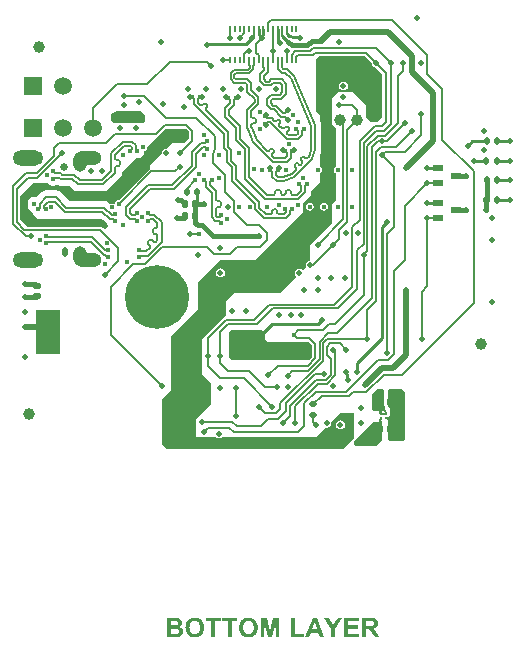
<source format=gbl>
G04*
G04 #@! TF.GenerationSoftware,Altium Limited,Altium Designer,22.5.1 (42)*
G04*
G04 Layer_Physical_Order=4*
G04 Layer_Color=16711680*
%FSLAX25Y25*%
%MOIN*%
G70*
G04*
G04 #@! TF.SameCoordinates,7D5A9487-70C0-458F-A832-C6248EDC6538*
G04*
G04*
G04 #@! TF.FilePolarity,Positive*
G04*
G01*
G75*
%ADD14C,0.01000*%
%ADD16C,0.00500*%
G04:AMPARAMS|DCode=18|XSize=19.68mil|YSize=23.62mil|CornerRadius=5.12mil|HoleSize=0mil|Usage=FLASHONLY|Rotation=90.000|XOffset=0mil|YOffset=0mil|HoleType=Round|Shape=RoundedRectangle|*
%AMROUNDEDRECTD18*
21,1,0.01968,0.01339,0,0,90.0*
21,1,0.00945,0.02362,0,0,90.0*
1,1,0.01024,0.00669,0.00472*
1,1,0.01024,0.00669,-0.00472*
1,1,0.01024,-0.00669,-0.00472*
1,1,0.01024,-0.00669,0.00472*
%
%ADD18ROUNDEDRECTD18*%
G04:AMPARAMS|DCode=26|XSize=21.26mil|YSize=23.62mil|CornerRadius=5.53mil|HoleSize=0mil|Usage=FLASHONLY|Rotation=270.000|XOffset=0mil|YOffset=0mil|HoleType=Round|Shape=RoundedRectangle|*
%AMROUNDEDRECTD26*
21,1,0.02126,0.01257,0,0,270.0*
21,1,0.01021,0.02362,0,0,270.0*
1,1,0.01106,-0.00628,-0.00510*
1,1,0.01106,-0.00628,0.00510*
1,1,0.01106,0.00628,0.00510*
1,1,0.01106,0.00628,-0.00510*
%
%ADD26ROUNDEDRECTD26*%
%ADD32C,0.00800*%
G04:AMPARAMS|DCode=35|XSize=21.26mil|YSize=23.62mil|CornerRadius=5.53mil|HoleSize=0mil|Usage=FLASHONLY|Rotation=0.000|XOffset=0mil|YOffset=0mil|HoleType=Round|Shape=RoundedRectangle|*
%AMROUNDEDRECTD35*
21,1,0.02126,0.01257,0,0,0.0*
21,1,0.01021,0.02362,0,0,0.0*
1,1,0.01106,0.00510,-0.00628*
1,1,0.01106,-0.00510,-0.00628*
1,1,0.01106,-0.00510,0.00628*
1,1,0.01106,0.00510,0.00628*
%
%ADD35ROUNDEDRECTD35*%
%ADD90C,0.03937*%
%ADD93C,0.00800*%
%ADD94C,0.00600*%
%ADD95C,0.00700*%
%ADD96C,0.01500*%
%ADD97C,0.02000*%
%ADD100R,0.05906X0.05906*%
%ADD101C,0.05906*%
%ADD103O,0.09055X0.04724*%
%ADD104O,0.04724X0.06496*%
%ADD105C,0.02480*%
%ADD106O,0.10236X0.05118*%
%ADD107O,0.01968X0.03347*%
%ADD108R,0.05937X0.05937*%
%ADD109C,0.05937*%
%ADD110C,0.21260*%
%ADD111C,0.01600*%
%ADD112C,0.02000*%
%ADD113C,0.03000*%
G04:AMPARAMS|DCode=114|XSize=19.68mil|YSize=23.62mil|CornerRadius=5.12mil|HoleSize=0mil|Usage=FLASHONLY|Rotation=180.000|XOffset=0mil|YOffset=0mil|HoleType=Round|Shape=RoundedRectangle|*
%AMROUNDEDRECTD114*
21,1,0.01968,0.01339,0,0,180.0*
21,1,0.00945,0.02362,0,0,180.0*
1,1,0.01024,-0.00472,0.00669*
1,1,0.01024,0.00472,0.00669*
1,1,0.01024,0.00472,-0.00669*
1,1,0.01024,-0.00472,-0.00669*
%
%ADD114ROUNDEDRECTD114*%
%ADD115R,0.08000X0.15000*%
%ADD116R,0.00906X0.02480*%
%ADD117R,0.03268X0.02047*%
%ADD118C,0.01968*%
G36*
X71475Y78025D02*
X71471Y78000D01*
X71587Y77415D01*
X71919Y76919D01*
X72415Y76587D01*
X73000Y76471D01*
X73024Y76476D01*
X75000Y74500D01*
Y60000D01*
X73500Y58500D01*
X71000D01*
X69500Y60000D01*
Y64000D01*
X65000Y68500D01*
X62197D01*
X62148Y69000D01*
X62324Y69035D01*
X62585Y69087D01*
X63081Y69419D01*
X63413Y69915D01*
X63529Y70500D01*
X63413Y71085D01*
X63081Y71581D01*
X62585Y71913D01*
X62000Y72029D01*
X61415Y71913D01*
X60919Y71581D01*
X60587Y71085D01*
X60471Y70500D01*
X60587Y69915D01*
X60919Y69419D01*
X61415Y69087D01*
X61676Y69035D01*
X61852Y69000D01*
X61803Y68500D01*
X60500D01*
X58272Y66272D01*
Y57728D01*
X59500Y56500D01*
Y43438D01*
X59299Y43303D01*
X59011Y42873D01*
X58911Y42366D01*
X59011Y41859D01*
X59299Y41429D01*
X59500Y41294D01*
Y32228D01*
X58272Y31000D01*
Y24772D01*
X51000Y17500D01*
Y12249D01*
X50415Y12133D01*
X49919Y11801D01*
X49587Y11305D01*
X49471Y10720D01*
X49587Y10135D01*
X49606Y10106D01*
X48714Y9214D01*
X48420Y9242D01*
X47924Y9574D01*
X47339Y9690D01*
X46754Y9574D01*
X46258Y9242D01*
X45926Y8746D01*
X45810Y8161D01*
X45926Y7576D01*
X46257Y7080D01*
X46286Y6786D01*
X41000Y1500D01*
X25500D01*
X22750Y-1250D01*
Y-6250D01*
X15000Y-14000D01*
Y-25500D01*
X18000Y-28500D01*
Y-35500D01*
X13000Y-40500D01*
Y-46500D01*
X15352D01*
X15500Y-46529D01*
X15648Y-46500D01*
X19409D01*
X19419Y-46514D01*
X19915Y-46846D01*
X20500Y-46962D01*
X21085Y-46846D01*
X21581Y-46514D01*
X21591Y-46500D01*
X53000D01*
X56058Y-43442D01*
X56500Y-43529D01*
X57085Y-43413D01*
X57581Y-43081D01*
X57913Y-42585D01*
X58029Y-42000D01*
X57942Y-41558D01*
X61000Y-38500D01*
X65500D01*
Y-47000D01*
X62000Y-50500D01*
X3000D01*
X1500Y-49000D01*
Y-34000D01*
X4500Y-31000D01*
Y-13000D01*
X13500Y-4000D01*
Y5000D01*
X21000Y12500D01*
X32500D01*
X48500Y28500D01*
Y31196D01*
X48623Y31278D01*
X50699Y33353D01*
X51196Y34098D01*
X51371Y34976D01*
Y35370D01*
X54124Y38124D01*
Y41354D01*
X54437Y41563D01*
X54724Y41993D01*
X54825Y42500D01*
X54724Y43007D01*
X54437Y43437D01*
X54124Y43646D01*
Y46308D01*
X54156Y46385D01*
X54200Y46607D01*
X54287Y46816D01*
X54650Y48644D01*
Y48870D01*
X54694Y49092D01*
Y57327D01*
X54520Y58205D01*
X54124Y59161D01*
Y60721D01*
X53021Y61824D01*
X52880Y62164D01*
Y79380D01*
X54000Y80500D01*
X69000D01*
X71475Y78025D01*
D02*
G37*
G36*
X-4200Y60800D02*
Y58800D01*
X-4900Y58100D01*
X-14500D01*
X-15300Y58900D01*
Y61200D01*
X-13500Y62000D01*
X-5400D01*
X-4200Y60800D01*
D02*
G37*
G36*
X10500Y55419D02*
Y53000D01*
X9000Y51500D01*
X5000D01*
X3025Y49525D01*
X3001Y49529D01*
X2416Y49413D01*
X1920Y49081D01*
X1588Y48585D01*
X1472Y48000D01*
X1476Y47976D01*
X-2500Y44000D01*
Y42635D01*
X-2641Y42541D01*
X-2641Y42541D01*
X-12646Y32535D01*
X-12850Y32576D01*
X-13357Y32475D01*
X-13787Y32187D01*
X-14075Y31757D01*
X-14117Y31544D01*
X-14466Y31239D01*
X-14650Y31231D01*
X-15014Y31304D01*
X-15522Y31203D01*
X-15680Y31097D01*
X-16142Y31558D01*
X-16903Y32067D01*
X-17800Y32245D01*
X-29329D01*
X-32042Y34958D01*
X-32803Y35467D01*
X-33700Y35645D01*
X-36980D01*
X-37877Y35467D01*
X-38638Y34958D01*
X-40096Y33500D01*
X-42000D01*
X-43000Y32500D01*
Y29500D01*
X-41934Y28435D01*
X-41928Y28400D01*
X-41419Y27639D01*
X-40658Y27130D01*
X-40624Y27123D01*
X-39700Y26200D01*
X-31106Y26200D01*
X-30880Y26155D01*
X-30880Y26155D01*
X-19351D01*
X-17517Y24320D01*
X-16925Y23925D01*
X-16866Y23866D01*
X-16866Y23310D01*
X-17176Y23000D01*
X-18000D01*
X-18500Y23500D01*
X-43000D01*
X-45700Y26200D01*
Y33800D01*
X-41500Y38000D01*
X-36553D01*
X-36451Y37847D01*
X-35690Y37339D01*
X-34793Y37160D01*
X-33895Y37339D01*
X-33837Y37377D01*
X-33811Y37383D01*
X-33553Y37555D01*
X-33509D01*
X-33177Y37333D01*
X-32280Y37155D01*
X-32280Y37155D01*
X-29351D01*
X-28138Y35942D01*
X-28138Y35942D01*
X-27547Y35546D01*
X-27500Y35500D01*
X-27477D01*
X-27377Y35433D01*
X-26480Y35255D01*
X-26480Y35255D01*
X-18000D01*
X-17103Y35433D01*
X-16342Y35942D01*
X-12442Y39842D01*
X-11934Y40603D01*
X-11755Y41500D01*
Y41745D01*
X-7106Y46394D01*
X-6652Y46303D01*
X-5755Y46482D01*
X-4994Y46990D01*
X-4485Y47751D01*
X-4307Y48649D01*
X-4327Y48749D01*
X-4193Y48775D01*
X-3763Y49063D01*
X-3475Y49493D01*
X-3374Y50000D01*
X-3395Y50105D01*
X2500Y56000D01*
X9919D01*
X10500Y55419D01*
D02*
G37*
G36*
X36000Y-12000D02*
Y-14000D01*
X37000Y-15000D01*
X50500D01*
X51500Y-16000D01*
Y-20000D01*
X50500Y-21000D01*
X25000D01*
X24000Y-20000D01*
Y-11500D01*
X24500Y-11000D01*
X35000D01*
X36000Y-12000D01*
D02*
G37*
G36*
X75500Y-31000D02*
Y-35900D01*
X75800Y-36200D01*
Y-37400D01*
X75400Y-37800D01*
X72300D01*
X71700Y-37200D01*
Y-32300D01*
X73500Y-30500D01*
X75000D01*
X75500Y-31000D01*
D02*
G37*
G36*
X82700Y-31500D02*
Y-47300D01*
X82000Y-48000D01*
X77500D01*
X77000Y-47500D01*
Y-44500D01*
Y-40000D01*
X77500Y-39500D01*
Y-37000D01*
X77000Y-36500D01*
Y-31000D01*
X77500Y-30500D01*
X81700D01*
X82700Y-31500D01*
D02*
G37*
G36*
X75000Y-42000D02*
Y-47500D01*
X73000Y-49500D01*
X66000D01*
X65500Y-49000D01*
Y-48000D01*
X72000Y-41500D01*
X74500D01*
X75000Y-42000D01*
D02*
G37*
G36*
X59328Y-110588D02*
Y-113270D01*
X58033D01*
Y-110578D01*
X55693Y-106869D01*
X57201D01*
X58709Y-109404D01*
X60179Y-106869D01*
X61669D01*
X59328Y-110588D01*
D02*
G37*
G36*
X40634Y-113270D02*
X39441D01*
X39432Y-108238D01*
X38174Y-113270D01*
X36925D01*
X35667Y-108238D01*
Y-113270D01*
X34474D01*
Y-106869D01*
X36407D01*
X37554Y-111244D01*
X38692Y-106869D01*
X40634D01*
Y-113270D01*
D02*
G37*
G36*
X71261Y-106878D02*
X71363D01*
X71464Y-106888D01*
X71585D01*
X71825Y-106915D01*
X72075Y-106943D01*
X72306Y-106989D01*
X72408Y-107017D01*
X72500Y-107045D01*
X72510D01*
X72519Y-107054D01*
X72574Y-107082D01*
X72658Y-107128D01*
X72769Y-107184D01*
X72889Y-107276D01*
X73009Y-107378D01*
X73129Y-107507D01*
X73240Y-107665D01*
Y-107674D01*
X73250Y-107683D01*
X73268Y-107711D01*
X73287Y-107739D01*
X73333Y-107831D01*
X73388Y-107951D01*
X73435Y-108099D01*
X73481Y-108266D01*
X73518Y-108460D01*
X73527Y-108664D01*
Y-108673D01*
Y-108691D01*
Y-108738D01*
X73518Y-108784D01*
Y-108849D01*
X73509Y-108913D01*
X73472Y-109080D01*
X73425Y-109274D01*
X73351Y-109468D01*
X73240Y-109672D01*
X73176Y-109764D01*
X73102Y-109857D01*
X73092Y-109866D01*
X73083Y-109875D01*
X73055Y-109903D01*
X73018Y-109931D01*
X72981Y-109968D01*
X72926Y-110014D01*
X72861Y-110060D01*
X72787Y-110107D01*
X72704Y-110162D01*
X72602Y-110208D01*
X72500Y-110255D01*
X72389Y-110301D01*
X72260Y-110347D01*
X72130Y-110384D01*
X71992Y-110421D01*
X71834Y-110449D01*
X71844D01*
X71853Y-110458D01*
X71908Y-110495D01*
X71982Y-110541D01*
X72075Y-110606D01*
X72186Y-110689D01*
X72297Y-110773D01*
X72417Y-110874D01*
X72519Y-110985D01*
X72528Y-110995D01*
X72574Y-111041D01*
X72630Y-111115D01*
X72713Y-111226D01*
X72824Y-111365D01*
X72880Y-111457D01*
X72944Y-111550D01*
X73018Y-111651D01*
X73092Y-111762D01*
X73176Y-111892D01*
X73259Y-112021D01*
X74045Y-113270D01*
X72491D01*
X71566Y-111883D01*
X71557Y-111873D01*
X71548Y-111846D01*
X71520Y-111809D01*
X71483Y-111762D01*
X71446Y-111707D01*
X71400Y-111633D01*
X71298Y-111485D01*
X71178Y-111318D01*
X71067Y-111170D01*
X70965Y-111032D01*
X70919Y-110985D01*
X70882Y-110939D01*
X70872Y-110930D01*
X70854Y-110911D01*
X70817Y-110874D01*
X70771Y-110828D01*
X70706Y-110791D01*
X70641Y-110745D01*
X70567Y-110708D01*
X70493Y-110671D01*
X70484D01*
X70456Y-110662D01*
X70410Y-110643D01*
X70336Y-110634D01*
X70243Y-110615D01*
X70132Y-110606D01*
X70003Y-110597D01*
X69587D01*
Y-113270D01*
X68292D01*
Y-106869D01*
X71178D01*
X71261Y-106878D01*
D02*
G37*
G36*
X67071Y-107951D02*
X63620D01*
Y-109367D01*
X66830D01*
Y-110449D01*
X63620D01*
Y-112188D01*
X67191D01*
Y-113270D01*
X62325D01*
Y-106869D01*
X67071D01*
Y-107951D01*
D02*
G37*
G36*
X55665Y-113270D02*
X54269D01*
X53714Y-111818D01*
X51142D01*
X50615Y-113270D01*
X49246D01*
X51725Y-106869D01*
X53094D01*
X55665Y-113270D01*
D02*
G37*
G36*
X45759Y-112188D02*
X48978D01*
Y-113270D01*
X44464D01*
Y-106915D01*
X45759D01*
Y-112188D01*
D02*
G37*
G36*
X26694Y-107951D02*
X24807D01*
Y-113270D01*
X23512D01*
Y-107951D01*
X21616D01*
Y-106869D01*
X26694D01*
Y-107951D01*
D02*
G37*
G36*
X21228D02*
X19341D01*
Y-113270D01*
X18046D01*
Y-107951D01*
X16149D01*
Y-106869D01*
X21228D01*
Y-107951D01*
D02*
G37*
G36*
X6169Y-106878D02*
X6354Y-106888D01*
X6539Y-106897D01*
X6714Y-106915D01*
X6872Y-106934D01*
X6890D01*
X6936Y-106943D01*
X7001Y-106962D01*
X7094Y-106989D01*
X7195Y-107026D01*
X7306Y-107073D01*
X7427Y-107128D01*
X7538Y-107202D01*
X7547Y-107211D01*
X7584Y-107239D01*
X7639Y-107285D01*
X7713Y-107341D01*
X7787Y-107424D01*
X7871Y-107517D01*
X7954Y-107618D01*
X8028Y-107739D01*
X8037Y-107757D01*
X8056Y-107794D01*
X8093Y-107868D01*
X8130Y-107961D01*
X8167Y-108072D01*
X8204Y-108192D01*
X8222Y-108340D01*
X8231Y-108488D01*
Y-108497D01*
Y-108506D01*
Y-108562D01*
X8222Y-108645D01*
X8204Y-108756D01*
X8167Y-108886D01*
X8130Y-109024D01*
X8065Y-109163D01*
X7982Y-109311D01*
X7972Y-109330D01*
X7935Y-109376D01*
X7880Y-109441D01*
X7815Y-109524D01*
X7723Y-109607D01*
X7612Y-109709D01*
X7482Y-109792D01*
X7334Y-109875D01*
X7343D01*
X7362Y-109885D01*
X7390Y-109894D01*
X7427Y-109903D01*
X7538Y-109949D01*
X7667Y-110014D01*
X7806Y-110088D01*
X7963Y-110190D01*
X8102Y-110310D01*
X8231Y-110458D01*
X8241Y-110477D01*
X8278Y-110532D01*
X8333Y-110615D01*
X8389Y-110726D01*
X8444Y-110874D01*
X8500Y-111032D01*
X8537Y-111217D01*
X8546Y-111420D01*
Y-111429D01*
Y-111439D01*
Y-111494D01*
X8537Y-111577D01*
X8518Y-111688D01*
X8500Y-111818D01*
X8463Y-111966D01*
X8407Y-112114D01*
X8342Y-112271D01*
X8333Y-112290D01*
X8305Y-112336D01*
X8259Y-112410D01*
X8194Y-112502D01*
X8120Y-112613D01*
X8019Y-112715D01*
X7917Y-112826D01*
X7787Y-112928D01*
X7769Y-112937D01*
X7723Y-112965D01*
X7649Y-113011D01*
X7547Y-113057D01*
X7417Y-113113D01*
X7269Y-113159D01*
X7103Y-113205D01*
X6918Y-113233D01*
X6881D01*
X6844Y-113242D01*
X6751D01*
X6687Y-113252D01*
X6511D01*
X6400Y-113261D01*
X6122D01*
X5965Y-113270D01*
X3190D01*
Y-106869D01*
X6002D01*
X6169Y-106878D01*
D02*
G37*
G36*
X30496Y-106758D02*
X30589D01*
X30709Y-106777D01*
X30848Y-106795D01*
X31005Y-106823D01*
X31171Y-106860D01*
X31347Y-106906D01*
X31532Y-106962D01*
X31717Y-107036D01*
X31911Y-107119D01*
X32096Y-107221D01*
X32281Y-107341D01*
X32457Y-107480D01*
X32624Y-107637D01*
X32633Y-107646D01*
X32661Y-107674D01*
X32707Y-107729D01*
X32753Y-107794D01*
X32818Y-107887D01*
X32892Y-107998D01*
X32966Y-108127D01*
X33049Y-108275D01*
X33132Y-108432D01*
X33206Y-108617D01*
X33280Y-108821D01*
X33345Y-109034D01*
X33401Y-109274D01*
X33438Y-109524D01*
X33465Y-109792D01*
X33475Y-110079D01*
Y-110097D01*
Y-110144D01*
X33465Y-110227D01*
Y-110338D01*
X33447Y-110467D01*
X33428Y-110615D01*
X33401Y-110791D01*
X33373Y-110967D01*
X33327Y-111161D01*
X33271Y-111365D01*
X33197Y-111568D01*
X33114Y-111772D01*
X33021Y-111966D01*
X32901Y-112160D01*
X32772Y-112345D01*
X32624Y-112521D01*
X32614Y-112530D01*
X32587Y-112558D01*
X32540Y-112604D01*
X32466Y-112660D01*
X32383Y-112724D01*
X32281Y-112798D01*
X32161Y-112872D01*
X32032Y-112956D01*
X31874Y-113039D01*
X31708Y-113113D01*
X31523Y-113187D01*
X31319Y-113252D01*
X31107Y-113307D01*
X30875Y-113353D01*
X30635Y-113381D01*
X30376Y-113390D01*
X30311D01*
X30237Y-113381D01*
X30145Y-113372D01*
X30024Y-113363D01*
X29886Y-113344D01*
X29728Y-113316D01*
X29562Y-113279D01*
X29377Y-113233D01*
X29201Y-113178D01*
X29007Y-113104D01*
X28822Y-113020D01*
X28628Y-112928D01*
X28452Y-112808D01*
X28276Y-112678D01*
X28110Y-112521D01*
X28100Y-112512D01*
X28073Y-112484D01*
X28036Y-112428D01*
X27980Y-112364D01*
X27915Y-112271D01*
X27841Y-112160D01*
X27767Y-112040D01*
X27693Y-111892D01*
X27610Y-111735D01*
X27536Y-111550D01*
X27462Y-111355D01*
X27397Y-111143D01*
X27342Y-110911D01*
X27305Y-110662D01*
X27277Y-110393D01*
X27268Y-110116D01*
Y-110107D01*
Y-110070D01*
Y-110023D01*
X27277Y-109949D01*
Y-109866D01*
X27286Y-109774D01*
X27296Y-109663D01*
X27305Y-109542D01*
X27342Y-109283D01*
X27388Y-109006D01*
X27462Y-108728D01*
X27555Y-108469D01*
Y-108460D01*
X27564Y-108451D01*
X27582Y-108423D01*
X27592Y-108386D01*
X27647Y-108294D01*
X27712Y-108173D01*
X27795Y-108035D01*
X27897Y-107896D01*
X28017Y-107739D01*
X28147Y-107591D01*
X28156Y-107581D01*
X28165Y-107572D01*
X28211Y-107526D01*
X28295Y-107452D01*
X28396Y-107369D01*
X28517Y-107276D01*
X28655Y-107174D01*
X28813Y-107082D01*
X28979Y-107008D01*
X28988D01*
X29007Y-106999D01*
X29044Y-106980D01*
X29090Y-106971D01*
X29146Y-106943D01*
X29210Y-106925D01*
X29294Y-106906D01*
X29377Y-106878D01*
X29580Y-106832D01*
X29812Y-106786D01*
X30080Y-106758D01*
X30357Y-106749D01*
X30422D01*
X30496Y-106758D01*
D02*
G37*
G36*
X12607D02*
X12699D01*
X12819Y-106777D01*
X12958Y-106795D01*
X13115Y-106823D01*
X13282Y-106860D01*
X13458Y-106906D01*
X13643Y-106962D01*
X13828Y-107036D01*
X14022Y-107119D01*
X14207Y-107221D01*
X14392Y-107341D01*
X14568Y-107480D01*
X14734Y-107637D01*
X14743Y-107646D01*
X14771Y-107674D01*
X14817Y-107729D01*
X14864Y-107794D01*
X14928Y-107887D01*
X15002Y-107998D01*
X15076Y-108127D01*
X15160Y-108275D01*
X15243Y-108432D01*
X15317Y-108617D01*
X15391Y-108821D01*
X15456Y-109034D01*
X15511Y-109274D01*
X15548Y-109524D01*
X15576Y-109792D01*
X15585Y-110079D01*
Y-110097D01*
Y-110144D01*
X15576Y-110227D01*
Y-110338D01*
X15557Y-110467D01*
X15539Y-110615D01*
X15511Y-110791D01*
X15483Y-110967D01*
X15437Y-111161D01*
X15382Y-111365D01*
X15308Y-111568D01*
X15224Y-111772D01*
X15132Y-111966D01*
X15012Y-112160D01*
X14882Y-112345D01*
X14734Y-112521D01*
X14725Y-112530D01*
X14697Y-112558D01*
X14651Y-112604D01*
X14577Y-112660D01*
X14494Y-112724D01*
X14392Y-112798D01*
X14272Y-112872D01*
X14142Y-112956D01*
X13985Y-113039D01*
X13818Y-113113D01*
X13633Y-113187D01*
X13430Y-113252D01*
X13217Y-113307D01*
X12986Y-113353D01*
X12745Y-113381D01*
X12486Y-113390D01*
X12422D01*
X12348Y-113381D01*
X12255Y-113372D01*
X12135Y-113363D01*
X11996Y-113344D01*
X11839Y-113316D01*
X11672Y-113279D01*
X11487Y-113233D01*
X11312Y-113178D01*
X11117Y-113104D01*
X10932Y-113020D01*
X10738Y-112928D01*
X10562Y-112808D01*
X10387Y-112678D01*
X10220Y-112521D01*
X10211Y-112512D01*
X10183Y-112484D01*
X10146Y-112428D01*
X10091Y-112364D01*
X10026Y-112271D01*
X9952Y-112160D01*
X9878Y-112040D01*
X9804Y-111892D01*
X9721Y-111735D01*
X9647Y-111550D01*
X9573Y-111355D01*
X9508Y-111143D01*
X9452Y-110911D01*
X9415Y-110662D01*
X9388Y-110393D01*
X9378Y-110116D01*
Y-110107D01*
Y-110070D01*
Y-110023D01*
X9388Y-109949D01*
Y-109866D01*
X9397Y-109774D01*
X9406Y-109663D01*
X9415Y-109542D01*
X9452Y-109283D01*
X9499Y-109006D01*
X9573Y-108728D01*
X9665Y-108469D01*
Y-108460D01*
X9674Y-108451D01*
X9693Y-108423D01*
X9702Y-108386D01*
X9758Y-108294D01*
X9822Y-108173D01*
X9906Y-108035D01*
X10007Y-107896D01*
X10128Y-107739D01*
X10257Y-107591D01*
X10266Y-107581D01*
X10276Y-107572D01*
X10322Y-107526D01*
X10405Y-107452D01*
X10507Y-107369D01*
X10627Y-107276D01*
X10766Y-107174D01*
X10923Y-107082D01*
X11090Y-107008D01*
X11099D01*
X11117Y-106999D01*
X11154Y-106980D01*
X11201Y-106971D01*
X11256Y-106943D01*
X11321Y-106925D01*
X11404Y-106906D01*
X11487Y-106878D01*
X11691Y-106832D01*
X11922Y-106786D01*
X12190Y-106758D01*
X12468Y-106749D01*
X12533D01*
X12607Y-106758D01*
D02*
G37*
%LPC*%
G36*
X55512Y31565D02*
X55005Y31465D01*
X54575Y31177D01*
X54287Y30747D01*
X54186Y30240D01*
X54287Y29733D01*
X54575Y29303D01*
X55005Y29015D01*
X55512Y28914D01*
X56019Y29015D01*
X56449Y29303D01*
X56737Y29733D01*
X56837Y30240D01*
X56737Y30747D01*
X56449Y31177D01*
X56019Y31465D01*
X55512Y31565D01*
D02*
G37*
G36*
X50787D02*
X50280Y31465D01*
X49850Y31177D01*
X49562Y30747D01*
X49461Y30240D01*
X49562Y29733D01*
X49850Y29303D01*
X50280Y29015D01*
X50787Y28914D01*
X51294Y29015D01*
X51724Y29303D01*
X52012Y29733D01*
X52113Y30240D01*
X52012Y30747D01*
X51724Y31177D01*
X51294Y31465D01*
X50787Y31565D01*
D02*
G37*
G36*
X21000Y9690D02*
X20415Y9574D01*
X19919Y9242D01*
X19587Y8746D01*
X19471Y8161D01*
X19587Y7576D01*
X19919Y7080D01*
X20415Y6748D01*
X21000Y6632D01*
X21585Y6748D01*
X22081Y7080D01*
X22413Y7576D01*
X22529Y8161D01*
X22413Y8746D01*
X22081Y9242D01*
X21585Y9574D01*
X21000Y9690D01*
D02*
G37*
G36*
X61000Y-40971D02*
X60415Y-41087D01*
X59919Y-41419D01*
X59587Y-41915D01*
X59471Y-42500D01*
X59587Y-43085D01*
X59919Y-43581D01*
X60415Y-43913D01*
X61000Y-44029D01*
X61585Y-43913D01*
X62081Y-43581D01*
X62413Y-43085D01*
X62529Y-42500D01*
X62413Y-41915D01*
X62081Y-41419D01*
X61585Y-41087D01*
X61000Y-40971D01*
D02*
G37*
G36*
X71067Y-107951D02*
X69587D01*
Y-109579D01*
X70845D01*
X71030Y-109570D01*
X71224Y-109561D01*
X71418Y-109552D01*
X71501Y-109542D01*
X71575Y-109533D01*
X71649Y-109515D01*
X71696Y-109505D01*
X71705D01*
X71733Y-109487D01*
X71779Y-109468D01*
X71825Y-109441D01*
X71945Y-109357D01*
X72001Y-109302D01*
X72056Y-109237D01*
X72066Y-109228D01*
X72075Y-109200D01*
X72103Y-109163D01*
X72130Y-109108D01*
X72149Y-109034D01*
X72177Y-108950D01*
X72186Y-108858D01*
X72195Y-108756D01*
Y-108738D01*
Y-108701D01*
X72186Y-108645D01*
X72177Y-108571D01*
X72149Y-108488D01*
X72121Y-108405D01*
X72075Y-108312D01*
X72019Y-108238D01*
X72010Y-108229D01*
X71992Y-108201D01*
X71945Y-108173D01*
X71890Y-108127D01*
X71825Y-108081D01*
X71742Y-108044D01*
X71640Y-108007D01*
X71529Y-107979D01*
X71520D01*
X71492Y-107970D01*
X71437D01*
X71353Y-107961D01*
X71150D01*
X71067Y-107951D01*
D02*
G37*
G36*
X52400Y-108358D02*
X51531Y-110736D01*
X53297D01*
X52400Y-108358D01*
D02*
G37*
G36*
X5771Y-107933D02*
X4485D01*
Y-109413D01*
X5725D01*
X5882Y-109404D01*
X6169D01*
X6224Y-109394D01*
X6280D01*
X6317Y-109385D01*
X6372Y-109376D01*
X6455Y-109348D01*
X6539Y-109320D01*
X6622Y-109283D01*
X6705Y-109237D01*
X6779Y-109172D01*
X6788Y-109163D01*
X6807Y-109135D01*
X6844Y-109098D01*
X6881Y-109034D01*
X6909Y-108960D01*
X6946Y-108876D01*
X6964Y-108775D01*
X6973Y-108664D01*
Y-108654D01*
Y-108617D01*
X6964Y-108562D01*
X6955Y-108488D01*
X6936Y-108414D01*
X6899Y-108340D01*
X6862Y-108257D01*
X6807Y-108183D01*
X6798Y-108173D01*
X6779Y-108155D01*
X6733Y-108118D01*
X6687Y-108081D01*
X6613Y-108044D01*
X6529Y-108007D01*
X6428Y-107979D01*
X6317Y-107961D01*
X6307D01*
X6270Y-107951D01*
X6169D01*
X6113Y-107942D01*
X5873D01*
X5771Y-107933D01*
D02*
G37*
G36*
X5826Y-110477D02*
X4485D01*
Y-112188D01*
X5910D01*
X6048Y-112179D01*
X6196D01*
X6344Y-112169D01*
X6465Y-112160D01*
X6520D01*
X6557Y-112151D01*
X6566D01*
X6603Y-112142D01*
X6659Y-112123D01*
X6724Y-112105D01*
X6798Y-112068D01*
X6881Y-112021D01*
X6955Y-111966D01*
X7029Y-111901D01*
X7038Y-111892D01*
X7057Y-111864D01*
X7084Y-111818D01*
X7121Y-111753D01*
X7158Y-111679D01*
X7186Y-111587D01*
X7205Y-111476D01*
X7214Y-111355D01*
Y-111346D01*
Y-111309D01*
X7205Y-111254D01*
X7195Y-111189D01*
X7177Y-111106D01*
X7149Y-111032D01*
X7112Y-110948D01*
X7066Y-110865D01*
X7057Y-110856D01*
X7038Y-110828D01*
X7010Y-110791D01*
X6964Y-110754D01*
X6909Y-110699D01*
X6835Y-110652D01*
X6751Y-110606D01*
X6659Y-110569D01*
X6650D01*
X6603Y-110551D01*
X6529Y-110541D01*
X6483Y-110532D01*
X6418Y-110523D01*
X6354Y-110514D01*
X6270Y-110504D01*
X6178Y-110495D01*
X6067D01*
X5956Y-110486D01*
X5826Y-110477D01*
D02*
G37*
G36*
X30376Y-107850D02*
X30302D01*
X30246Y-107859D01*
X30172Y-107868D01*
X30098Y-107877D01*
X29913Y-107914D01*
X29710Y-107988D01*
X29599Y-108025D01*
X29488Y-108081D01*
X29386Y-108146D01*
X29275Y-108220D01*
X29173Y-108303D01*
X29081Y-108405D01*
X29072Y-108414D01*
X29062Y-108432D01*
X29035Y-108460D01*
X29007Y-108506D01*
X28970Y-108571D01*
X28933Y-108636D01*
X28887Y-108719D01*
X28840Y-108821D01*
X28794Y-108932D01*
X28748Y-109052D01*
X28711Y-109191D01*
X28674Y-109339D01*
X28646Y-109505D01*
X28618Y-109681D01*
X28609Y-109866D01*
X28600Y-110070D01*
Y-110079D01*
Y-110116D01*
Y-110171D01*
X28609Y-110245D01*
X28618Y-110338D01*
X28628Y-110449D01*
X28646Y-110560D01*
X28665Y-110689D01*
X28720Y-110958D01*
X28813Y-111226D01*
X28868Y-111365D01*
X28933Y-111494D01*
X29016Y-111614D01*
X29099Y-111725D01*
X29109Y-111735D01*
X29127Y-111753D01*
X29155Y-111781D01*
X29192Y-111809D01*
X29238Y-111855D01*
X29303Y-111901D01*
X29368Y-111957D01*
X29451Y-112003D01*
X29627Y-112114D01*
X29849Y-112197D01*
X29969Y-112234D01*
X30098Y-112262D01*
X30237Y-112280D01*
X30376Y-112290D01*
X30450D01*
X30505Y-112280D01*
X30570Y-112271D01*
X30644Y-112262D01*
X30820Y-112216D01*
X31023Y-112151D01*
X31125Y-112105D01*
X31236Y-112058D01*
X31338Y-111994D01*
X31449Y-111920D01*
X31551Y-111836D01*
X31643Y-111735D01*
X31652Y-111725D01*
X31662Y-111707D01*
X31689Y-111679D01*
X31717Y-111633D01*
X31763Y-111568D01*
X31800Y-111494D01*
X31847Y-111411D01*
X31893Y-111309D01*
X31939Y-111198D01*
X31985Y-111078D01*
X32032Y-110939D01*
X32069Y-110782D01*
X32096Y-110625D01*
X32124Y-110449D01*
X32133Y-110255D01*
X32143Y-110051D01*
Y-110042D01*
Y-110005D01*
Y-109949D01*
X32133Y-109866D01*
X32124Y-109774D01*
X32115Y-109672D01*
X32106Y-109552D01*
X32078Y-109431D01*
X32022Y-109163D01*
X31939Y-108886D01*
X31884Y-108747D01*
X31819Y-108627D01*
X31736Y-108506D01*
X31652Y-108395D01*
X31643Y-108386D01*
X31634Y-108368D01*
X31606Y-108349D01*
X31569Y-108312D01*
X31514Y-108266D01*
X31458Y-108220D01*
X31393Y-108173D01*
X31310Y-108118D01*
X31227Y-108072D01*
X31125Y-108025D01*
X30912Y-107933D01*
X30792Y-107896D01*
X30663Y-107877D01*
X30524Y-107859D01*
X30376Y-107850D01*
D02*
G37*
G36*
X12486D02*
X12412D01*
X12357Y-107859D01*
X12283Y-107868D01*
X12209Y-107877D01*
X12024Y-107914D01*
X11820Y-107988D01*
X11709Y-108025D01*
X11598Y-108081D01*
X11497Y-108146D01*
X11386Y-108220D01*
X11284Y-108303D01*
X11191Y-108405D01*
X11182Y-108414D01*
X11173Y-108432D01*
X11145Y-108460D01*
X11117Y-108506D01*
X11080Y-108571D01*
X11043Y-108636D01*
X10997Y-108719D01*
X10951Y-108821D01*
X10905Y-108932D01*
X10858Y-109052D01*
X10821Y-109191D01*
X10784Y-109339D01*
X10757Y-109505D01*
X10729Y-109681D01*
X10720Y-109866D01*
X10710Y-110070D01*
Y-110079D01*
Y-110116D01*
Y-110171D01*
X10720Y-110245D01*
X10729Y-110338D01*
X10738Y-110449D01*
X10757Y-110560D01*
X10775Y-110689D01*
X10831Y-110958D01*
X10923Y-111226D01*
X10979Y-111365D01*
X11043Y-111494D01*
X11127Y-111614D01*
X11210Y-111725D01*
X11219Y-111735D01*
X11238Y-111753D01*
X11265Y-111781D01*
X11302Y-111809D01*
X11349Y-111855D01*
X11413Y-111901D01*
X11478Y-111957D01*
X11561Y-112003D01*
X11737Y-112114D01*
X11959Y-112197D01*
X12079Y-112234D01*
X12209Y-112262D01*
X12348Y-112280D01*
X12486Y-112290D01*
X12560D01*
X12616Y-112280D01*
X12681Y-112271D01*
X12755Y-112262D01*
X12930Y-112216D01*
X13134Y-112151D01*
X13236Y-112105D01*
X13347Y-112058D01*
X13448Y-111994D01*
X13559Y-111920D01*
X13661Y-111836D01*
X13754Y-111735D01*
X13763Y-111725D01*
X13772Y-111707D01*
X13800Y-111679D01*
X13828Y-111633D01*
X13874Y-111568D01*
X13911Y-111494D01*
X13957Y-111411D01*
X14003Y-111309D01*
X14050Y-111198D01*
X14096Y-111078D01*
X14142Y-110939D01*
X14179Y-110782D01*
X14207Y-110625D01*
X14235Y-110449D01*
X14244Y-110255D01*
X14253Y-110051D01*
Y-110042D01*
Y-110005D01*
Y-109949D01*
X14244Y-109866D01*
X14235Y-109774D01*
X14225Y-109672D01*
X14216Y-109552D01*
X14188Y-109431D01*
X14133Y-109163D01*
X14050Y-108886D01*
X13994Y-108747D01*
X13929Y-108627D01*
X13846Y-108506D01*
X13763Y-108395D01*
X13754Y-108386D01*
X13744Y-108368D01*
X13717Y-108349D01*
X13680Y-108312D01*
X13624Y-108266D01*
X13569Y-108220D01*
X13504Y-108173D01*
X13421Y-108118D01*
X13337Y-108072D01*
X13236Y-108025D01*
X13023Y-107933D01*
X12903Y-107896D01*
X12773Y-107877D01*
X12634Y-107859D01*
X12486Y-107850D01*
D02*
G37*
%LPD*%
D14*
X35000Y86500D02*
Y87000D01*
X35334Y87334D01*
Y89568D01*
X74307Y-44000D02*
Y-41100D01*
X105000Y52000D02*
X109792D01*
X103500Y50500D02*
X105000Y52000D01*
X41700Y87100D02*
X43650Y85150D01*
X41700Y87100D02*
Y87200D01*
X66500Y-25000D02*
Y-21800D01*
X74800Y-13500D01*
Y23300D01*
X76500Y25000D01*
X113241Y32516D02*
X117499D01*
X117500Y32517D01*
X113272Y39000D02*
X117499D01*
X117500Y39001D01*
X76400Y-40189D02*
X77189D01*
X113335Y52000D02*
X117499D01*
X117500Y52001D01*
X12693Y31000D02*
X13272Y31578D01*
Y34999D01*
X105500Y45500D02*
X109697D01*
X33759Y87741D02*
Y89568D01*
Y87741D02*
X35000Y86500D01*
X90000Y31559D02*
X93606D01*
X16500Y84000D02*
X16900Y84400D01*
X29400D01*
X31500Y86500D01*
X40059Y85641D02*
X40800Y84900D01*
X40059Y85641D02*
Y89568D01*
X90000Y43059D02*
X93606D01*
X64000Y-47000D02*
Y-40000D01*
X62500Y-48500D02*
X64000Y-47000D01*
X63000Y-25000D02*
X63386Y-27500D01*
X53500Y-9000D02*
X55000Y-7500D01*
X38100Y-9000D02*
X53500D01*
X34500Y-12600D02*
X38100Y-9000D01*
X44000Y87100D02*
X47500Y86500D01*
X43208Y87892D02*
X44000Y87100D01*
X74307Y-38200D02*
Y-35000D01*
X77189Y-40189D02*
X77693Y-40693D01*
Y-44000D02*
Y-40693D01*
X113240Y45500D02*
X117499D01*
X117500Y45501D01*
D16*
X37563Y58400D02*
X43262Y52700D01*
X36000Y57750D02*
X36650Y58400D01*
X37563D01*
X43262Y52700D02*
X46807D01*
X36651Y59700D02*
X38101D01*
X36000Y60350D02*
X36651Y59700D01*
X38101D02*
X39008Y58793D01*
X39629D01*
X43873Y55809D02*
Y56430D01*
X42813Y56869D02*
X43434Y56869D01*
X43873Y56430D01*
X42333Y56389D02*
X42813Y56869D01*
X43243Y55178D02*
X43873Y55809D01*
X41411Y56389D02*
X42333D01*
X43243Y54557D02*
Y55178D01*
X48068Y53962D02*
Y55479D01*
X48719Y56129D01*
X46807Y52700D02*
X48068Y53962D01*
X51100Y55200D02*
Y57069D01*
X42684Y61500D02*
X43233Y62050D01*
X41892Y61500D02*
X42684D01*
X39492Y63900D02*
X41892Y61500D01*
X38535Y63900D02*
X39492D01*
X37835Y64600D02*
X38535Y63900D01*
X37835Y64600D02*
Y65650D01*
X38412Y66227D01*
X41295D01*
X42915Y67847D01*
Y71179D01*
X41440Y72654D02*
X42915Y71179D01*
X38016Y72654D02*
X41440D01*
X37262Y71900D02*
X38016Y72654D01*
X36239Y71900D02*
X37262D01*
X35500Y72638D02*
X36239Y71900D01*
X35500Y72638D02*
Y73800D01*
X36773Y75072D01*
Y76645D01*
X36909Y76782D01*
Y79135D01*
X32186Y77285D02*
Y79135D01*
X32048Y77147D02*
X32186Y77285D01*
X32048Y75962D02*
Y77147D01*
X30686Y74600D02*
X32048Y75962D01*
X26206Y74600D02*
X30686D01*
X25706Y74100D02*
X26206Y74600D01*
X25706Y73200D02*
Y74100D01*
Y73200D02*
X26206Y72700D01*
X29932D01*
X31301Y71331D01*
Y69100D02*
Y71331D01*
Y69100D02*
X33700Y66700D01*
Y64400D02*
Y66700D01*
X31301Y62000D02*
X33700Y64400D01*
X31301Y60227D02*
Y62000D01*
Y60227D02*
X31798Y59729D01*
X32403D01*
X32901Y59231D01*
Y58527D02*
Y59231D01*
X32403Y58029D02*
X32901Y58527D01*
X31798Y58029D02*
X32403D01*
X31301Y57531D02*
X31798Y58029D01*
X31301Y56770D02*
Y57531D01*
Y56770D02*
X31329Y56702D01*
X31427Y56494D01*
X33098Y52403D01*
X36611Y48889D01*
X37233D01*
X37711Y49368D01*
X38333Y49368D01*
X38772Y48928D01*
Y48307D02*
Y48928D01*
X38293Y47829D02*
X38772Y48307D01*
X38293Y47207D02*
X38293Y47829D01*
X38293Y47207D02*
X39000Y46500D01*
X39422Y46500D01*
X42592D01*
X43091Y47000D01*
Y47939D01*
X42441Y48589D02*
X43091Y47939D01*
X37670Y42313D02*
X38320Y41663D01*
Y40180D02*
Y41663D01*
Y40180D02*
X39801Y38700D01*
X42252D01*
X45578Y40078D01*
X51523Y46022D01*
X52037Y47263D01*
X52400Y49092D01*
Y57327D01*
X45604Y73735D02*
X52400Y57327D01*
X43228Y76111D02*
X45604Y73735D01*
X42039Y76111D02*
X43228D01*
X41497Y76654D02*
X42039Y76111D01*
X41497Y76654D02*
Y77418D01*
X41633Y77555D01*
Y79135D01*
X42483Y60200D02*
X43233Y59450D01*
X41353Y60200D02*
X42483D01*
X38953Y62600D02*
X41353Y60200D01*
X37996Y62600D02*
X38953D01*
X36535Y64062D02*
X37996Y62600D01*
X36535Y64062D02*
Y66189D01*
X37204Y66858D01*
X37204D01*
X37874Y67527D01*
X40758D01*
X41616Y68385D01*
Y70640D01*
X40901Y71354D02*
X41616Y70640D01*
X38555Y71354D02*
X40901D01*
X37800Y70600D02*
X38555Y71354D01*
X35701Y70600D02*
X37800D01*
X34201Y72100D02*
X35701Y70600D01*
X34201Y72100D02*
Y74339D01*
X35473Y75611D01*
Y76645D01*
X35335Y76782D02*
X35473Y76645D01*
X35335Y76782D02*
Y79135D01*
X49077Y36950D02*
X49727Y37600D01*
X49077Y34976D02*
Y36950D01*
X47001Y32900D02*
X49077Y34976D01*
X35862Y32900D02*
X47001D01*
X29201Y39562D02*
X35862Y32900D01*
X29201Y39562D02*
Y49262D01*
X26201Y52262D02*
X29201Y49262D01*
X26201Y52262D02*
Y56467D01*
X22547Y60120D02*
X26201Y56467D01*
X22547Y60120D02*
Y63120D01*
X24201Y64773D01*
Y65850D01*
X23550Y66500D02*
X24201Y65850D01*
X39621Y41663D02*
X40271Y42313D01*
X39621Y40718D02*
Y41663D01*
Y40718D02*
X40339Y40000D01*
X41993D01*
X44842Y41180D01*
X46191Y42529D01*
Y43151D01*
X45782Y43560D02*
X46191Y43151D01*
X45782Y43560D02*
Y44181D01*
X46221Y44621D01*
X46842D01*
X47252Y44211D01*
X47873D01*
X48313Y44651D01*
Y45272D01*
X47903Y45681D02*
X48313Y45272D01*
X47903Y45681D02*
Y46303D01*
X48342Y46742D01*
X48964D01*
X49373Y46333D01*
X49995D01*
X50421Y46759D01*
X50787Y47643D01*
X51100Y49220D01*
Y55200D01*
X44502Y72998D02*
X51100Y57069D01*
X42689Y74811D02*
X44502Y72998D01*
X41501Y74811D02*
X42689D01*
X40196Y76116D02*
X41501Y74811D01*
X40196Y76116D02*
Y77388D01*
X40060Y77525D02*
X40196Y77388D01*
X40060Y77525D02*
Y79135D01*
X39629Y58793D02*
X39908Y59072D01*
X40529D01*
X40968Y58632D01*
Y58011D02*
Y58632D01*
X40690Y57732D02*
X40968Y58011D01*
X40690Y57111D02*
Y57732D01*
Y57111D02*
X41411Y56389D01*
X43243Y54557D02*
X43801Y54000D01*
X46268D01*
X46769Y54500D01*
Y55479D01*
X46119Y56129D02*
X46769Y55479D01*
X30610Y77490D02*
Y79135D01*
Y77490D02*
X30748Y77353D01*
Y76500D02*
Y77353D01*
X30147Y75900D02*
X30748Y76500D01*
X25668Y75900D02*
X30147D01*
X24406Y74638D02*
X25668Y75900D01*
X24406Y72662D02*
Y74638D01*
Y72662D02*
X25668Y71400D01*
X29393D01*
X30000Y70793D01*
Y68562D02*
Y70793D01*
Y68562D02*
X32401Y66162D01*
Y64938D02*
Y66162D01*
X30000Y62538D02*
X32401Y64938D01*
X30000Y56512D02*
Y62538D01*
Y56512D02*
X30141Y56174D01*
X30141Y56174D02*
X30141Y56174D01*
X30141Y56174D02*
X30236Y55972D01*
X31993Y51669D01*
X38462Y45200D01*
X39422Y45200D01*
X43130D01*
X44392Y46462D01*
Y47939D01*
X45041Y48589D01*
X47126Y37600D02*
X47776Y36950D01*
Y35514D02*
Y36950D01*
X46463Y34200D02*
X47776Y35514D01*
X44974Y34200D02*
X46463D01*
X44477Y34698D02*
X44974Y34200D01*
X44477Y34698D02*
Y35402D01*
X43979Y35900D02*
X44477Y35402D01*
X43275Y35900D02*
X43979D01*
X42777Y35402D02*
X43275Y35900D01*
X42777Y34698D02*
Y35402D01*
X42279Y34200D02*
X42777Y34698D01*
X41574Y34200D02*
X42279D01*
X41076Y34698D02*
X41574Y34200D01*
X41076Y34698D02*
Y35402D01*
X40578Y35900D02*
X41076Y35402D01*
X39875Y35900D02*
X40578D01*
X39377Y35402D02*
X39875Y35900D01*
X39377Y34698D02*
Y35402D01*
X38879Y34200D02*
X39377Y34698D01*
X36400Y34200D02*
X38879D01*
X30501Y40100D02*
X36400Y34200D01*
X30501Y40100D02*
Y49800D01*
X27501Y52800D02*
X30501Y49800D01*
X27501Y52800D02*
Y57005D01*
X23847Y60658D02*
X27501Y57005D01*
X23847Y60658D02*
Y62582D01*
X25501Y64235D01*
Y65850D01*
X26151Y66500D01*
X-34500Y47200D02*
Y49600D01*
X-32800Y51300D02*
X-17200D01*
X-34500Y49600D02*
X-32800Y51300D01*
X-17200D02*
X-14000Y54500D01*
X-449D01*
X21000Y-19500D02*
Y-11700D01*
X23650Y-9050D01*
X33250D01*
X38600Y-3700D01*
X60300D01*
X66700Y2700D01*
Y15700D01*
X68900Y17900D01*
Y51400D01*
X73000Y55500D01*
X75700D01*
X78000Y57800D01*
Y78000D01*
X82000Y75500D02*
Y78000D01*
X80100Y73600D02*
X82000Y75500D01*
X80100Y58000D02*
Y73600D01*
X76000Y53900D02*
X80100Y58000D01*
X73400Y53900D02*
X76000D01*
X70000Y50500D02*
X73400Y53900D01*
X70000Y15365D02*
Y50500D01*
X68800Y14165D02*
X70000Y15365D01*
X60830Y-15330D02*
X63000Y-17500D01*
X57650Y-15330D02*
X60830D01*
X56550Y-16430D02*
X57650Y-15330D01*
X56550Y-19170D02*
Y-16430D01*
Y-19170D02*
X57845Y-20465D01*
Y-25845D02*
Y-20465D01*
X56095Y-27595D02*
X57845Y-25845D01*
X52805Y-27595D02*
X56095D01*
X44300Y-36100D02*
X52805Y-27595D01*
X44300Y-39700D02*
Y-36100D01*
X42000Y-42000D02*
X44300Y-39700D01*
X17000Y-23000D02*
Y-19500D01*
Y-23000D02*
X21000Y-27000D01*
X28800D01*
X38300Y-36500D01*
X46358Y79135D02*
Y80062D01*
X46926Y80630D01*
X51793D01*
X52663Y81500D01*
X69500D01*
X73000Y78000D01*
X15000Y-41500D02*
X25000D01*
X26500Y-43000D01*
X34500D01*
X37000Y-40500D01*
X40300D01*
X42900Y-37900D01*
Y-35200D01*
X52600Y-25500D01*
X55500D01*
X-21500Y58000D02*
Y63000D01*
X-13500Y71000D01*
X-3302D01*
X4231Y78533D01*
X16467D01*
X18000Y77000D01*
X73000Y78000D02*
X76200Y74800D01*
Y58400D02*
Y74800D01*
X75000Y57200D02*
X76200Y58400D01*
X72700Y57200D02*
X75000D01*
X67500Y52000D02*
X72700Y57200D01*
X67500Y25900D02*
Y52000D01*
X64900Y23300D02*
X67500Y25900D01*
X64900Y3400D02*
Y23300D01*
X59000Y-2500D02*
X64900Y3400D01*
X37365Y-2500D02*
X59000D01*
X32165Y-7700D02*
X37365Y-2500D01*
X22900Y-7700D02*
X32165D01*
X17000Y-13600D02*
X22900Y-7700D01*
X17000Y-19500D02*
Y-13600D01*
X26300Y-39700D02*
Y-30300D01*
X37000Y-26000D02*
X40100Y-22900D01*
X50100D01*
X52640Y-20360D01*
Y-15600D01*
X50540Y-13500D02*
X52640Y-15600D01*
X46500Y-13500D02*
X50540D01*
X45500Y-12500D02*
X46500Y-13500D01*
X58500Y17500D02*
X60500Y19500D01*
Y22500D01*
X63209Y25209D01*
Y55709D01*
X66500Y59000D01*
X70000Y-14000D02*
Y-4200D01*
X73000Y-1200D01*
Y48500D01*
X74500Y50000D01*
X79500D01*
X85000Y55500D01*
X51000Y10720D02*
X51720D01*
X58500Y17500D01*
X7500Y48000D02*
X11500Y52000D01*
Y55500D01*
X9500Y57500D02*
X11500Y55500D01*
X2500Y57500D02*
X9500D01*
X-449Y54551D02*
X2500Y57500D01*
X-449Y54500D02*
Y54551D01*
X-40200Y41500D02*
X-34500Y47200D01*
X-43700Y41500D02*
X-40200D01*
X-48000Y37200D02*
X-43700Y41500D01*
X-48000Y24400D02*
Y37200D01*
Y24400D02*
X-43926Y20326D01*
X-42204D01*
X60500Y64000D02*
X65000D01*
X66500Y62500D01*
Y59000D02*
Y62500D01*
X73500Y52000D02*
X75000D01*
X71500Y50000D02*
X73500Y52000D01*
X71500Y-300D02*
Y50000D01*
X59800Y-12000D02*
X71500Y-300D01*
X56860Y-12000D02*
X59800D01*
X54080Y-14780D02*
X56860Y-12000D01*
X54080Y-20620D02*
Y-14780D01*
X50115Y-24585D02*
X54080Y-20620D01*
X44915Y-24585D02*
X50115D01*
X43400Y-26100D02*
X44915Y-24585D01*
X75000Y47500D02*
X75900Y48400D01*
X82400D01*
X88000Y54000D01*
Y61000D01*
X34000Y-36500D02*
X36000Y-38500D01*
X39600D01*
X41000Y-37100D01*
Y-35400D01*
X55310Y-21090D01*
Y-15360D01*
X56670Y-14000D01*
X70000D01*
X44350Y28850D02*
X45000Y29500D01*
X44350Y27854D02*
Y28850D01*
X42788Y26292D02*
X44350Y27854D01*
X35570Y26292D02*
X42788D01*
X32600Y29261D02*
X35570Y26292D01*
X32600Y29261D02*
Y31062D01*
X24900Y38761D02*
X32600Y31062D01*
X24900Y38761D02*
Y43262D01*
X23200Y44962D02*
X24900Y43262D01*
X23200Y44962D02*
Y48662D01*
X22200Y49661D02*
X23200Y48662D01*
X22200Y49661D02*
Y54461D01*
X12300Y64362D02*
X22200Y54461D01*
X12300Y64362D02*
Y66050D01*
X11650Y66700D02*
X12300Y66050D01*
X90000Y26441D02*
X93606D01*
X73000Y83000D02*
X78000Y78000D01*
X52000Y83000D02*
X73000D01*
X51000Y82000D02*
X52000Y83000D01*
X46000Y82000D02*
X51000D01*
X44783Y80783D02*
X46000Y82000D01*
X44783Y79135D02*
Y80783D01*
X68800Y700D02*
Y14165D01*
X59100Y-9000D02*
X68800Y700D01*
X57200Y-9000D02*
X59100D01*
X55200Y-11000D02*
X57200Y-9000D01*
X47000Y-11000D02*
X55200D01*
X45500Y-12500D02*
X47000Y-11000D01*
X76500Y52000D02*
X82500Y58000D01*
X75000Y52000D02*
X76500D01*
X36909Y89568D02*
Y91409D01*
X38000Y92500D01*
X78300D01*
X90000Y80800D01*
Y74500D02*
Y80800D01*
Y74500D02*
X95000Y69500D01*
Y52500D02*
Y69500D01*
Y52500D02*
X105500Y42000D01*
Y-1900D02*
Y42000D01*
X81600Y-25800D02*
X105500Y-1900D01*
X75600Y-25800D02*
X81600D01*
X69700Y-31700D02*
X75600Y-25800D01*
X65300Y-31700D02*
X69700D01*
X64000Y-33000D02*
X65300Y-31700D01*
X54728Y-33000D02*
X64000D01*
X51999Y-35728D02*
X54728Y-33000D01*
X9729Y34999D02*
Y36228D01*
X12500Y39000D01*
X15500Y-45000D02*
X17000Y-43500D01*
X24000D01*
X25500Y-45000D01*
X47000D01*
X49000Y-43000D01*
Y-35300D01*
X52800Y-31500D01*
X63000D01*
X73500Y-21000D01*
X76900D01*
X78900Y-19000D01*
Y8900D01*
X82500Y12500D01*
Y30441D01*
X90000Y37941D01*
X88250Y-13750D02*
Y1850D01*
X90000Y3600D01*
Y26441D01*
X11000Y21000D02*
X14000D01*
X21000Y-22000D02*
Y-19500D01*
Y-22000D02*
X23500Y-24500D01*
X30500D01*
X36000Y-30000D01*
X40000D01*
X53500Y17500D02*
X62000Y26000D01*
Y57500D01*
X60500Y59000D02*
X62000Y57500D01*
X-12850Y31250D02*
X-2100Y42000D01*
X6000D01*
X7500Y43500D01*
X46000Y-42000D02*
Y-36300D01*
X53480Y-28820D01*
X56520D01*
X59290Y-26050D01*
Y-18290D01*
X58500Y-17500D02*
X59290Y-18290D01*
X-11000Y67000D02*
X-4300D01*
X2800Y59900D01*
X12900D01*
X19200Y53600D01*
Y49300D02*
Y53600D01*
X18500Y47610D02*
X19200Y49300D01*
X18500Y44600D02*
Y47610D01*
Y44600D02*
X22500Y40600D01*
Y35000D02*
Y40600D01*
Y35000D02*
X25500Y32000D01*
Y28500D02*
Y32000D01*
Y28500D02*
X30000Y24000D01*
X34000D01*
X36500Y21500D01*
Y19000D02*
Y21500D01*
X34200Y16700D02*
X36500Y19000D01*
X26500Y16700D02*
X34200D01*
X24300Y14500D02*
X26500Y16700D01*
X18800Y14500D02*
X24300D01*
X16600Y16700D02*
X18800Y14500D01*
X1700Y16700D02*
X16600D01*
X-4000Y11000D02*
X1700Y16700D01*
X-8000Y11000D02*
X-4000D01*
X-15500Y3500D02*
X-8000Y11000D01*
X-15500Y-12500D02*
Y3500D01*
Y-12500D02*
X1500Y-29500D01*
X-40100Y39900D02*
X-31750Y48250D01*
X-43100Y39900D02*
X-40100D01*
X-46900Y36100D02*
X-43100Y39900D01*
X-46900Y25000D02*
Y36100D01*
Y25000D02*
X-44400Y22500D01*
X-19000D01*
X-13000Y16500D01*
Y12000D02*
Y16500D01*
X-17500Y7500D02*
X-13000Y12000D01*
X51999Y-41006D02*
Y-39272D01*
Y-41006D02*
X52000Y-41006D01*
Y-41500D02*
Y-41006D01*
Y-41500D02*
X53000Y-42500D01*
X76500Y-18700D02*
Y21000D01*
X79000Y23500D01*
Y43500D01*
X75000Y47500D02*
X79000Y43500D01*
X42400Y29500D02*
X42924Y28976D01*
Y28267D02*
Y28976D01*
X42249Y27592D02*
X42924Y28267D01*
X40510Y27592D02*
X42249D01*
X40012Y28090D02*
X40510Y27592D01*
X40012Y28090D02*
Y28882D01*
X39514Y29380D02*
X40012Y28882D01*
X38809Y29380D02*
X39514D01*
X38312Y28882D02*
X38809Y29380D01*
X38312Y28090D02*
Y28882D01*
X37814Y27592D02*
X38312Y28090D01*
X36108Y27592D02*
X37814D01*
X33900Y29800D02*
X36108Y27592D01*
X33900Y29800D02*
Y31600D01*
X26200Y39300D02*
X33900Y31600D01*
X26200Y39300D02*
Y43800D01*
X24500Y45500D02*
X26200Y43800D01*
X24500Y45500D02*
Y49200D01*
X23500Y50200D02*
X24500Y49200D01*
X23500Y50200D02*
Y55000D01*
X16230Y62270D02*
X23500Y55000D01*
X16230Y62270D02*
Y62974D01*
X16626Y63370D01*
Y64074D01*
X16128Y64572D02*
X16626Y64074D01*
X15424Y64572D02*
X16128D01*
X15028Y64176D02*
X15424Y64572D01*
X14324Y64176D02*
X15028D01*
X13600Y64900D02*
X14324Y64176D01*
X13600Y64900D02*
Y66050D01*
X14250Y66700D01*
X90000Y37941D02*
X93606D01*
D18*
X51999Y-39272D02*
D03*
Y-35728D02*
D03*
D26*
X-40000Y3693D02*
D03*
Y307D02*
D03*
D32*
X76053Y-40189D02*
D03*
X76053Y-38811D02*
D03*
X74675Y-40189D02*
D03*
X74675Y-38811D02*
D03*
D35*
X12693Y31000D02*
D03*
X9307D02*
D03*
X12693Y27000D02*
D03*
X9307D02*
D03*
X74307Y-35000D02*
D03*
X77693D02*
D03*
X74307Y-44000D02*
D03*
X77693D02*
D03*
D90*
X33000Y-16500D02*
D03*
X-42800Y-38900D02*
D03*
X108000Y-15500D02*
D03*
X61000Y59000D02*
D03*
X-39500Y83500D02*
D03*
X66500Y59000D02*
D03*
D93*
X74307Y-41100D02*
X74675Y-40189D01*
X22000Y79135D02*
X24311D01*
X38484Y82000D02*
Y89568D01*
X41633Y87267D02*
X41700Y87200D01*
X41633Y87267D02*
Y89568D01*
X76053Y-40189D02*
X76400D01*
X38484Y79135D02*
Y82000D01*
X43208Y79135D02*
Y82000D01*
X27600Y86500D02*
X29035Y87935D01*
Y89568D01*
X24311Y86500D02*
Y89568D01*
X33759Y79135D02*
Y80741D01*
X33000Y81500D02*
X33759Y80741D01*
X33000Y81500D02*
Y84500D01*
X35000Y86500D01*
X43208Y87892D02*
Y89568D01*
X32185Y87185D02*
Y89568D01*
X31500Y86500D02*
X32185Y87185D01*
X30000Y82000D02*
X30500D01*
X29035Y81035D02*
X30000Y82000D01*
X29035Y79135D02*
Y81035D01*
D94*
X20773Y25500D02*
X21373Y24900D01*
X19300Y25500D02*
X20773D01*
X18200Y26600D02*
X19300Y25500D01*
X18200Y26600D02*
Y34820D01*
X16100Y36920D02*
X18200Y34820D01*
X16100Y36920D02*
Y38527D01*
X15500Y39127D02*
X16100Y38527D01*
X20773Y26900D02*
X21373Y27500D01*
X19880Y26900D02*
X20773D01*
X19600Y27180D02*
X19880Y26900D01*
X19600Y27180D02*
Y29602D01*
X20127Y30129D01*
X20773D01*
X21300Y30656D01*
Y31402D01*
X20773Y31929D02*
X21300Y31402D01*
X20127Y31929D02*
X20773D01*
X19600Y32456D02*
X20127Y31929D01*
X19600Y32456D02*
Y35400D01*
X17500Y37500D02*
X19600Y35400D01*
X17500Y37500D02*
Y38527D01*
X18100Y39127D01*
X-14914Y25978D02*
X-14214Y25278D01*
X-15858Y25978D02*
X-14914D01*
X-18380Y28500D02*
X-15858Y25978D01*
X-30880Y28500D02*
X-18380D01*
X-34280Y31900D02*
X-30880Y28500D01*
X-36400Y31900D02*
X-34280D01*
X-37811Y30489D02*
X-36400Y31900D01*
X-37811Y29847D02*
Y30489D01*
Y29847D02*
X-37261Y29297D01*
X16027Y51400D02*
X16627Y52000D01*
X14500Y51400D02*
X16027D01*
X11400Y48300D02*
X14500Y51400D01*
X11400Y43880D02*
Y48300D01*
X4920Y37400D02*
X11400Y43880D01*
X-2980Y37400D02*
X4920D01*
X-10400Y29980D02*
X-2980Y37400D01*
X-10400Y27400D02*
Y29980D01*
Y27400D02*
X-9100Y26100D01*
X-7456D01*
X-6935Y25578D01*
X-37224Y17999D02*
X-36674Y18549D01*
X-22229D01*
X-17880Y14200D01*
X-17319D01*
X-16423Y13305D01*
X-6126Y15905D02*
X-5526Y15305D01*
X-3675D01*
X-2478Y16502D01*
Y17248D01*
X-3092Y17862D02*
X-2478Y17248D01*
X-3092Y17862D02*
Y18608D01*
X-2565Y19135D01*
X-1820D01*
X-1205Y18520D01*
X-459D01*
X0Y18980D01*
Y20611D01*
X-527Y21138D02*
X0Y20611D01*
X-1073Y21138D02*
X-527D01*
X-1600Y21665D02*
X-1073Y21138D01*
X-1600Y21665D02*
Y22411D01*
X-1073Y22938D01*
X-527D01*
X0Y23465D01*
Y24599D01*
X-1580Y26179D02*
X0Y24599D01*
X-2435Y26179D02*
X-1580D01*
X-3035Y25578D02*
X-2435Y26179D01*
X-7200Y49196D02*
X-6652Y48649D01*
X-7200Y49196D02*
Y50700D01*
X-8400Y51900D02*
X-7200Y50700D01*
X-11600Y51900D02*
X-8400D01*
X-15500Y48000D02*
X-11600Y51900D01*
X-15500Y42080D02*
Y48000D01*
X-18580Y39000D02*
X-15500Y42080D01*
X-25900Y39000D02*
X-18580D01*
X-27800Y40900D02*
X-25900Y39000D01*
X-31700Y40900D02*
X-27800D01*
X-32100Y41300D02*
X-31700Y40900D01*
X-34088Y41300D02*
X-32100D01*
X-34793Y42005D02*
X-34088Y41300D01*
X-14714Y27378D02*
X-14214Y27878D01*
X-15279Y27378D02*
X-14714D01*
X-17800Y29900D02*
X-15279Y27378D01*
X-30300Y29900D02*
X-17800D01*
X-33700Y33300D02*
X-30300Y29900D01*
X-36980Y33300D02*
X-33700D01*
X-39211Y31069D02*
X-36980Y33300D01*
X-39211Y29847D02*
Y31069D01*
X-39761Y29297D02*
X-39211Y29847D01*
X-37224Y20499D02*
X-36674Y19949D01*
X-21649D01*
X-17300Y15600D01*
X-16728D01*
X-16423Y15905D01*
X-9252Y48649D02*
X-8600Y49301D01*
Y50120D01*
X-8980Y50500D02*
X-8600Y50120D01*
X-11020Y50500D02*
X-8980D01*
X-14100Y47420D02*
X-11020Y50500D01*
X-14100Y46233D02*
Y47420D01*
Y46233D02*
X-13573Y45706D01*
X-12927D01*
X-12400Y45179D01*
Y44433D02*
Y45179D01*
X-12927Y43906D02*
X-12400Y44433D01*
X-13573Y43906D02*
X-12927D01*
X-14100Y43379D02*
X-13573Y43906D01*
X-14100Y41500D02*
Y43379D01*
X-18000Y37600D02*
X-14100Y41500D01*
X-26480Y37600D02*
X-18000D01*
X-28380Y39500D02*
X-26480Y37600D01*
X-32280Y39500D02*
X-28380D01*
X-32680Y39900D02*
X-32280Y39500D01*
X-34357Y39900D02*
X-32680D01*
X-34708Y39549D02*
X-34357Y39900D01*
X-34749Y39549D02*
X-34708D01*
X-34793Y39505D02*
X-34749Y39549D01*
X-6126Y13305D02*
X-5526Y13905D01*
X-3095D01*
X1400Y18400D01*
Y25179D01*
X-1000Y27578D02*
X1400Y25179D01*
X-2435Y27578D02*
X-1000D01*
X-3035Y28179D02*
X-2435Y27578D01*
X16027Y50000D02*
X16627Y49400D01*
X15080Y50000D02*
X16027D01*
X12800Y47720D02*
X15080Y50000D01*
X12800Y43300D02*
Y47720D01*
X5500Y36000D02*
X12800Y43300D01*
X-2400Y36000D02*
X5500D01*
X-9000Y29400D02*
X-2400Y36000D01*
X-9000Y27980D02*
Y29400D01*
Y27980D02*
X-8520Y27500D01*
X-7613D01*
X-6935Y28179D01*
D95*
X76053Y-38811D02*
Y-38153D01*
X75000Y-37100D02*
X76053Y-38153D01*
X74675Y-38811D02*
X76053D01*
X74307Y-38443D02*
X74675Y-38811D01*
X74307Y-38443D02*
Y-38200D01*
D96*
X109698Y29000D02*
Y32516D01*
X8807Y26500D02*
X9307Y27000D01*
X6500Y26500D02*
X8807D01*
X18500Y20500D02*
X34000D01*
X15000Y24000D02*
X18500Y20500D01*
X13500Y24000D02*
X15000D01*
X12693Y24807D02*
X13500Y24000D01*
X12693Y24807D02*
Y27000D01*
X99394Y40500D02*
X103000D01*
X51500Y85500D02*
X54500D01*
X50000Y84000D02*
X51500Y85500D01*
X44800Y84000D02*
X50000D01*
X43650Y85150D02*
X44800Y84000D01*
X-40307Y0D02*
X-40000Y307D01*
X-44000Y0D02*
X-40307D01*
X99394Y29000D02*
X103000D01*
X-40807Y4500D02*
X-40000Y3693D01*
X-44000Y4500D02*
X-40807D01*
X109729Y32547D02*
Y39000D01*
X109698Y32516D02*
X109729Y32547D01*
X12693Y27000D02*
Y31000D01*
X15400D01*
X7981Y32326D02*
X9307Y31000D01*
X6795Y32326D02*
X7981D01*
D97*
X83000Y43000D02*
X92000Y52000D01*
Y68000D01*
X85000Y75000D02*
X92000Y68000D01*
X85000Y75000D02*
Y80300D01*
X76800Y88500D02*
X85000Y80300D01*
X57500Y88500D02*
X76800D01*
X54500Y85500D02*
X57500Y88500D01*
X69200Y-29400D02*
X75000Y-23600D01*
X78700D01*
X83000Y-19300D01*
Y2500D01*
X-38000Y-10000D02*
X-36500Y-11500D01*
X-44000Y-10000D02*
X-38000D01*
D100*
X-41500Y56532D02*
D03*
D101*
X-31500D02*
D03*
X-21500D02*
D03*
D103*
X-23277Y46378D02*
D03*
Y12362D02*
D03*
D104*
X-25836Y45098D02*
D03*
Y13642D02*
D03*
D105*
X-31151Y43543D02*
D03*
D106*
X-43159Y46378D02*
D03*
Y12362D02*
D03*
D107*
X-30895Y15197D02*
D03*
D108*
X-41500Y70500D02*
D03*
D109*
X-31500D02*
D03*
D110*
X0Y0D02*
D03*
D111*
X36000Y57750D02*
D03*
X34300Y56200D02*
D03*
X53500Y42500D02*
D03*
X35001Y42500D02*
D03*
X37670Y42313D02*
D03*
X40271D02*
D03*
X42441Y48589D02*
D03*
X43001Y42500D02*
D03*
X43233Y59450D02*
D03*
Y62050D02*
D03*
X43801Y51000D02*
D03*
X45041Y48589D02*
D03*
X45300Y60700D02*
D03*
X46119Y56129D02*
D03*
X47023Y58360D02*
D03*
X47126Y37600D02*
D03*
X48426Y39600D02*
D03*
X48719Y56129D02*
D03*
X49727Y37600D02*
D03*
X40500Y30600D02*
D03*
X34300Y61900D02*
D03*
X-41061Y30997D02*
D03*
X-39761Y29297D02*
D03*
X-39200Y19205D02*
D03*
X-37261Y29297D02*
D03*
X-37224Y17999D02*
D03*
Y20499D02*
D03*
X-36769Y40711D02*
D03*
X-35361Y30197D02*
D03*
X-34793Y39505D02*
D03*
Y42005D02*
D03*
X-17500Y23800D02*
D03*
Y11210D02*
D03*
X-16900Y18000D02*
D03*
X-16423Y13305D02*
D03*
Y15905D02*
D03*
X-15014Y29978D02*
D03*
X-14214Y25278D02*
D03*
Y27878D02*
D03*
X-13467Y35445D02*
D03*
X-12850Y31250D02*
D03*
X-11514Y24079D02*
D03*
X-11404Y47297D02*
D03*
X-10000Y11710D02*
D03*
X-9252Y48649D02*
D03*
X-6935Y25578D02*
D03*
Y28179D02*
D03*
X-6652Y48649D02*
D03*
X-6126Y13305D02*
D03*
Y15905D02*
D03*
X-5035Y26878D02*
D03*
X-4700Y50000D02*
D03*
X-3035Y25578D02*
D03*
Y28179D02*
D03*
X11650Y66700D02*
D03*
X12500Y39000D02*
D03*
X14000Y21000D02*
D03*
Y41127D02*
D03*
X14250Y66700D02*
D03*
X15500Y39127D02*
D03*
X15600Y47527D02*
D03*
Y54127D02*
D03*
X16627Y49400D02*
D03*
Y52000D02*
D03*
X18100Y39127D02*
D03*
X20500Y47500D02*
D03*
X20600Y39627D02*
D03*
X21373Y24900D02*
D03*
Y27500D02*
D03*
X23373Y26200D02*
D03*
X23550Y66500D02*
D03*
X26150D02*
D03*
X27165Y30240D02*
D03*
Y48100D02*
D03*
X30900Y30200D02*
D03*
X32350Y42650D02*
D03*
X36000Y60350D02*
D03*
X36614Y30240D02*
D03*
X42400Y29500D02*
D03*
X45000D02*
D03*
X45500Y-12500D02*
D03*
X46800Y30700D02*
D03*
X50787Y30240D02*
D03*
X55512D02*
D03*
X60236D02*
D03*
Y42366D02*
D03*
X64961Y30240D02*
D03*
Y42366D02*
D03*
X75000Y47500D02*
D03*
Y52000D02*
D03*
D112*
X36300Y60700D02*
D03*
Y57400D02*
D03*
X16500Y84000D02*
D03*
X54500Y85500D02*
D03*
X37500Y43000D02*
D03*
X40500D02*
D03*
X43600Y62400D02*
D03*
Y59100D02*
D03*
X42000Y49000D02*
D03*
X45500D02*
D03*
X11000Y21000D02*
D03*
X75000Y52000D02*
D03*
Y47500D02*
D03*
X63000Y-25000D02*
D03*
X64000Y-40000D02*
D03*
X15000Y66752D02*
D03*
X23000D02*
D03*
X27000D02*
D03*
X11000D02*
D03*
X21972Y69500D02*
D03*
X86400Y93100D02*
D03*
X-44000Y-20000D02*
D03*
Y-10000D02*
D03*
Y-5000D02*
D03*
Y0D02*
D03*
Y4500D02*
D03*
X-42204Y20326D02*
D03*
X-31750Y48250D02*
D03*
X-30117Y24941D02*
D03*
Y34782D02*
D03*
X-22252Y42132D02*
D03*
X-18500Y42000D02*
D03*
X-17500Y7500D02*
D03*
X-17224Y33799D02*
D03*
X-12500Y56500D02*
D03*
Y60000D02*
D03*
X-11000Y64000D02*
D03*
Y67000D02*
D03*
X-7000Y56500D02*
D03*
Y60000D02*
D03*
X-6000Y65000D02*
D03*
X1205Y85000D02*
D03*
X1500Y-29500D02*
D03*
X2000Y64500D02*
D03*
X3001Y48000D02*
D03*
X4500Y54000D02*
D03*
X6500Y26500D02*
D03*
X6795Y32326D02*
D03*
X7500Y43500D02*
D03*
Y48000D02*
D03*
X9000Y54000D02*
D03*
Y63500D02*
D03*
X10161Y69500D02*
D03*
X13500Y14229D02*
D03*
X15000Y-41500D02*
D03*
X15400Y31000D02*
D03*
X15500Y-45000D02*
D03*
X16067Y69500D02*
D03*
X17000Y-19500D02*
D03*
X18000Y77000D02*
D03*
X20500Y-45433D02*
D03*
X20800Y-30300D02*
D03*
X21000Y-19500D02*
D03*
Y4500D02*
D03*
Y8161D02*
D03*
Y16500D02*
D03*
X22000Y79135D02*
D03*
X23500Y30000D02*
D03*
X24311Y86500D02*
D03*
X25000Y-18500D02*
D03*
Y-12500D02*
D03*
Y-4500D02*
D03*
X26300Y-39700D02*
D03*
Y-30300D02*
D03*
X27600Y86500D02*
D03*
X27878Y69500D02*
D03*
X29500Y-18500D02*
D03*
Y-12500D02*
D03*
Y-4500D02*
D03*
X30500Y82000D02*
D03*
X31500Y86500D02*
D03*
X32500Y2500D02*
D03*
X33783Y69500D02*
D03*
X34000Y-36500D02*
D03*
Y20500D02*
D03*
X35000Y86500D02*
D03*
X37000Y-26000D02*
D03*
Y2500D02*
D03*
X38300Y-36500D02*
D03*
X38484Y82000D02*
D03*
X39689Y69500D02*
D03*
X40000Y-30000D02*
D03*
X40500Y-6000D02*
D03*
X40800Y84900D02*
D03*
X42000Y-42000D02*
D03*
X43208Y82000D02*
D03*
X43400Y-26100D02*
D03*
X43500Y-30000D02*
D03*
X44500Y-6000D02*
D03*
X46000Y-42000D02*
D03*
Y-19500D02*
D03*
X47339Y8161D02*
D03*
X47500Y86500D02*
D03*
X48000Y-6000D02*
D03*
X49000Y2500D02*
D03*
X50500Y-19500D02*
D03*
X51000Y10720D02*
D03*
X53000Y-42500D02*
D03*
X53500Y2500D02*
D03*
Y6500D02*
D03*
Y17500D02*
D03*
X55000Y-7500D02*
D03*
X55500Y-25500D02*
D03*
X56500Y-42000D02*
D03*
X57087Y-48500D02*
D03*
X58000Y6500D02*
D03*
X58500Y-17500D02*
D03*
Y17500D02*
D03*
X58661Y-29500D02*
D03*
X60457Y85000D02*
D03*
X60500Y59000D02*
D03*
Y64000D02*
D03*
X61000Y-42500D02*
D03*
X62000Y66807D02*
D03*
Y70500D02*
D03*
X62500Y-48500D02*
D03*
Y6500D02*
D03*
X63000Y-17500D02*
D03*
Y21500D02*
D03*
X63386Y-27500D02*
D03*
X65500Y77000D02*
D03*
X66500Y-25000D02*
D03*
X66535Y-48500D02*
D03*
X67000Y21500D02*
D03*
X68000Y-42000D02*
D03*
Y-37000D02*
D03*
X68500Y77000D02*
D03*
X68800Y14165D02*
D03*
X69200Y-29400D02*
D03*
X70000Y-14000D02*
D03*
X73000Y60000D02*
D03*
Y78000D02*
D03*
X74500Y-32000D02*
D03*
X76500Y-18700D02*
D03*
Y25000D02*
D03*
X78000Y-47000D02*
D03*
Y-32000D02*
D03*
Y78000D02*
D03*
X82000D02*
D03*
X82500Y58000D02*
D03*
X83000Y2500D02*
D03*
Y43000D02*
D03*
X85000Y55500D02*
D03*
X88000Y61000D02*
D03*
Y78000D02*
D03*
X88250Y-13750D02*
D03*
X90000Y26441D02*
D03*
Y31559D02*
D03*
Y37941D02*
D03*
Y43059D02*
D03*
X103000Y29000D02*
D03*
Y40500D02*
D03*
X103500Y50500D02*
D03*
X105500Y45500D02*
D03*
X108864Y49000D02*
D03*
X108958Y55500D02*
D03*
X109698Y29000D02*
D03*
X111500Y-1500D02*
D03*
Y19000D02*
D03*
Y26500D02*
D03*
X117500Y32517D02*
D03*
Y39001D02*
D03*
Y45501D02*
D03*
Y52001D02*
D03*
D113*
X5846Y-5846D02*
D03*
X-5846D02*
D03*
X0Y-8268D02*
D03*
X-5846Y5846D02*
D03*
X-8268Y0D02*
D03*
X0Y8268D02*
D03*
X5846Y5846D02*
D03*
X8268Y0D02*
D03*
D114*
X9728Y34999D02*
D03*
X13272D02*
D03*
X113335Y52000D02*
D03*
X109792D02*
D03*
X109697Y45500D02*
D03*
X113240D02*
D03*
X109729Y39000D02*
D03*
X113272D02*
D03*
X113241Y32516D02*
D03*
X109698D02*
D03*
D115*
X-36500Y-11500D02*
D03*
D116*
X24311Y79135D02*
D03*
Y89568D02*
D03*
X25885Y79135D02*
D03*
Y89568D02*
D03*
X27460Y79135D02*
D03*
Y89568D02*
D03*
X29035Y79135D02*
D03*
Y89568D02*
D03*
X30610Y79135D02*
D03*
Y89568D02*
D03*
X32185Y79135D02*
D03*
Y89568D02*
D03*
X33759Y79135D02*
D03*
Y89568D02*
D03*
X35334Y79135D02*
D03*
Y89568D02*
D03*
X36909Y79135D02*
D03*
Y89568D02*
D03*
X38484Y79135D02*
D03*
Y89568D02*
D03*
X40059Y79135D02*
D03*
Y89568D02*
D03*
X41633Y79135D02*
D03*
Y89568D02*
D03*
X43208Y79135D02*
D03*
Y89568D02*
D03*
X44783Y79135D02*
D03*
Y89568D02*
D03*
X46358Y79135D02*
D03*
Y89568D02*
D03*
D117*
X99394Y40500D02*
D03*
X93606Y43059D02*
D03*
Y37941D02*
D03*
X93606Y26441D02*
D03*
Y31559D02*
D03*
X99394Y29000D02*
D03*
D118*
X-30117Y24941D02*
X-18641D01*
X-17500Y23800D01*
M02*

</source>
